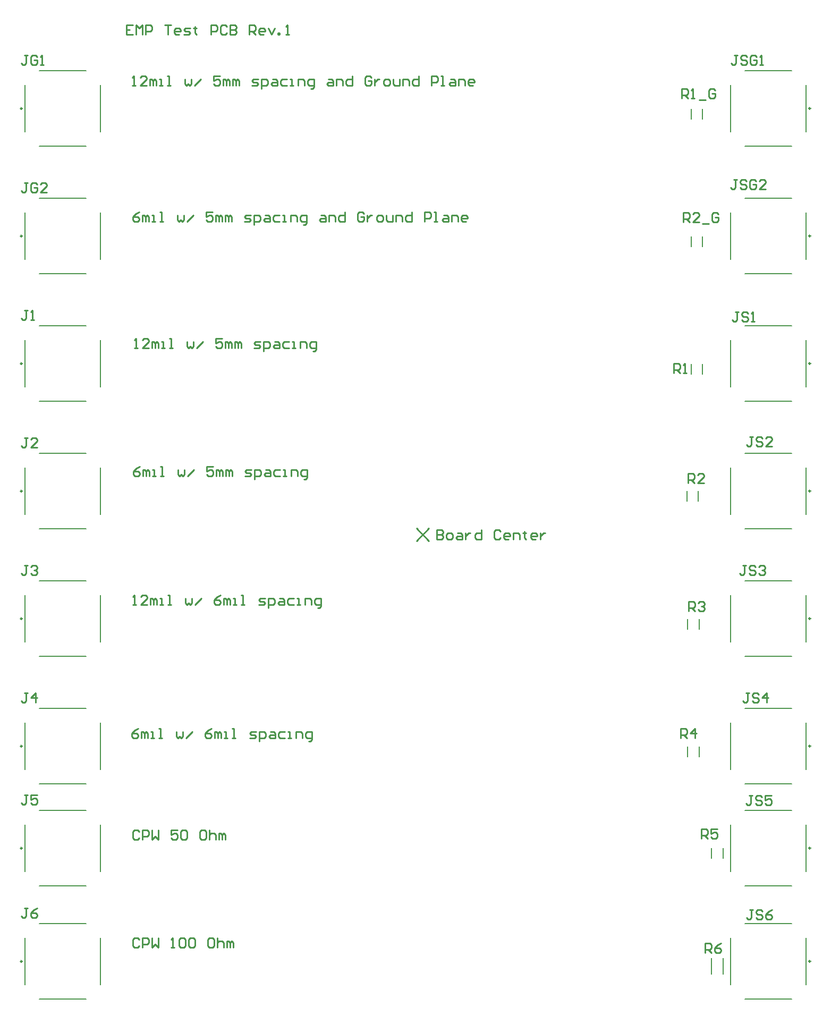
<source format=gbr>
%TF.GenerationSoftware,Altium Limited,Altium Designer,24.2.2 (26)*%
G04 Layer_Color=65535*
%FSLAX25Y25*%
%MOIN*%
%TF.SameCoordinates,61B93A5C-ACDD-4E93-83ED-5FE4BE46D4D4*%
%TF.FilePolarity,Positive*%
%TF.FileFunction,Legend,Top*%
%TF.Part,Single*%
G01*
G75*
%TA.AperFunction,NonConductor*%
%ADD20C,0.00984*%
%ADD21C,0.01000*%
%ADD22C,0.00787*%
D20*
X597576Y385500D02*
G03*
X597576Y385500I-492J0D01*
G01*
Y545500D02*
G03*
X597576Y545500I-492J0D01*
G01*
X103008D02*
G03*
X103008Y545500I-492J0D01*
G01*
X597576Y625500D02*
G03*
X597576Y625500I-492J0D01*
G01*
X103008D02*
G03*
X103008Y625500I-492J0D01*
G01*
X597576Y305500D02*
G03*
X597576Y305500I-492J0D01*
G01*
Y225500D02*
G03*
X597576Y225500I-492J0D01*
G01*
Y465500D02*
G03*
X597576Y465500I-492J0D01*
G01*
X103008Y305500D02*
G03*
X103008Y305500I-492J0D01*
G01*
X597576Y161500D02*
G03*
X597576Y161500I-492J0D01*
G01*
Y90500D02*
G03*
X597576Y90500I-492J0D01*
G01*
X103008Y385500D02*
G03*
X103008Y385500I-492J0D01*
G01*
Y465500D02*
G03*
X103008Y465500I-492J0D01*
G01*
Y161500D02*
G03*
X103008Y161500I-492J0D01*
G01*
Y225500D02*
G03*
X103008Y225500I-492J0D01*
G01*
Y90500D02*
G03*
X103008Y90500I-492J0D01*
G01*
D21*
X350394Y362205D02*
X358268Y354331D01*
X350394D02*
X358268Y362205D01*
X363205Y361329D02*
Y355331D01*
X366204D01*
X367203Y356330D01*
Y357330D01*
X366204Y358330D01*
X363205D01*
X366204D01*
X367203Y359329D01*
Y360329D01*
X366204Y361329D01*
X363205D01*
X370202Y355331D02*
X372202D01*
X373201Y356330D01*
Y358330D01*
X372202Y359329D01*
X370202D01*
X369203Y358330D01*
Y356330D01*
X370202Y355331D01*
X376201Y359329D02*
X378200D01*
X379200Y358330D01*
Y355331D01*
X376201D01*
X375201Y356330D01*
X376201Y357330D01*
X379200D01*
X381199Y359329D02*
Y355331D01*
Y357330D01*
X382199Y358330D01*
X383198Y359329D01*
X384198D01*
X391196Y361329D02*
Y355331D01*
X388197D01*
X387197Y356330D01*
Y358330D01*
X388197Y359329D01*
X391196D01*
X403192Y360329D02*
X402192Y361329D01*
X400193D01*
X399193Y360329D01*
Y356330D01*
X400193Y355331D01*
X402192D01*
X403192Y356330D01*
X408190Y355331D02*
X406191D01*
X405191Y356330D01*
Y358330D01*
X406191Y359329D01*
X408190D01*
X409190Y358330D01*
Y357330D01*
X405191D01*
X411189Y355331D02*
Y359329D01*
X414188D01*
X415188Y358330D01*
Y355331D01*
X418187Y360329D02*
Y359329D01*
X417187D01*
X419187D01*
X418187D01*
Y356330D01*
X419187Y355331D01*
X425185D02*
X423185D01*
X422186Y356330D01*
Y358330D01*
X423185Y359329D01*
X425185D01*
X426184Y358330D01*
Y357330D01*
X422186D01*
X428184Y359329D02*
Y355331D01*
Y357330D01*
X429183Y358330D01*
X430183Y359329D01*
X431183D01*
X172599Y677698D02*
X168600D01*
Y671700D01*
X172599D01*
X168600Y674699D02*
X170599D01*
X174598Y671700D02*
Y677698D01*
X176597Y675699D01*
X178597Y677698D01*
Y671700D01*
X180596D02*
Y677698D01*
X183595D01*
X184595Y676698D01*
Y674699D01*
X183595Y673699D01*
X180596D01*
X192592Y677698D02*
X196591D01*
X194592D01*
Y671700D01*
X201589D02*
X199590D01*
X198590Y672700D01*
Y674699D01*
X199590Y675699D01*
X201589D01*
X202589Y674699D01*
Y673699D01*
X198590D01*
X204588Y671700D02*
X207587D01*
X208587Y672700D01*
X207587Y673699D01*
X205588D01*
X204588Y674699D01*
X205588Y675699D01*
X208587D01*
X211586Y676698D02*
Y675699D01*
X210586D01*
X212586D01*
X211586D01*
Y672700D01*
X212586Y671700D01*
X221583D02*
Y677698D01*
X224582D01*
X225582Y676698D01*
Y674699D01*
X224582Y673699D01*
X221583D01*
X231580Y676698D02*
X230580Y677698D01*
X228581D01*
X227581Y676698D01*
Y672700D01*
X228581Y671700D01*
X230580D01*
X231580Y672700D01*
X233579Y677698D02*
Y671700D01*
X236578D01*
X237578Y672700D01*
Y673699D01*
X236578Y674699D01*
X233579D01*
X236578D01*
X237578Y675699D01*
Y676698D01*
X236578Y677698D01*
X233579D01*
X245575Y671700D02*
Y677698D01*
X248574D01*
X249574Y676698D01*
Y674699D01*
X248574Y673699D01*
X245575D01*
X247574D02*
X249574Y671700D01*
X254572D02*
X252573D01*
X251573Y672700D01*
Y674699D01*
X252573Y675699D01*
X254572D01*
X255572Y674699D01*
Y673699D01*
X251573D01*
X257571Y675699D02*
X259571Y671700D01*
X261570Y675699D01*
X263569Y671700D02*
Y672700D01*
X264569D01*
Y671700D01*
X263569D01*
X268568D02*
X270567D01*
X269567D01*
Y677698D01*
X268568Y676698D01*
X176399Y104298D02*
X175399Y105298D01*
X173400D01*
X172400Y104298D01*
Y100300D01*
X173400Y99300D01*
X175399D01*
X176399Y100300D01*
X178398Y99300D02*
Y105298D01*
X181397D01*
X182397Y104298D01*
Y102299D01*
X181397Y101299D01*
X178398D01*
X184396Y105298D02*
Y99300D01*
X186396Y101299D01*
X188395Y99300D01*
Y105298D01*
X196392Y99300D02*
X198392D01*
X197392D01*
Y105298D01*
X196392Y104298D01*
X201391D02*
X202390Y105298D01*
X204390D01*
X205389Y104298D01*
Y100300D01*
X204390Y99300D01*
X202390D01*
X201391Y100300D01*
Y104298D01*
X207389D02*
X208388Y105298D01*
X210388D01*
X211387Y104298D01*
Y100300D01*
X210388Y99300D01*
X208388D01*
X207389Y100300D01*
Y104298D01*
X222384Y105298D02*
X220385D01*
X219385Y104298D01*
Y100300D01*
X220385Y99300D01*
X222384D01*
X223383Y100300D01*
Y104298D01*
X222384Y105298D01*
X225383D02*
Y99300D01*
Y102299D01*
X226382Y103299D01*
X228382D01*
X229382Y102299D01*
Y99300D01*
X231381D02*
Y103299D01*
X232381D01*
X233380Y102299D01*
Y99300D01*
Y102299D01*
X234380Y103299D01*
X235380Y102299D01*
Y99300D01*
X176399Y171898D02*
X175399Y172898D01*
X173400D01*
X172400Y171898D01*
Y167900D01*
X173400Y166900D01*
X175399D01*
X176399Y167900D01*
X178398Y166900D02*
Y172898D01*
X181397D01*
X182397Y171898D01*
Y169899D01*
X181397Y168899D01*
X178398D01*
X184396Y172898D02*
Y166900D01*
X186396Y168899D01*
X188395Y166900D01*
Y172898D01*
X200391D02*
X196392D01*
Y169899D01*
X198392Y170899D01*
X199391D01*
X200391Y169899D01*
Y167900D01*
X199391Y166900D01*
X197392D01*
X196392Y167900D01*
X202390Y171898D02*
X203390Y172898D01*
X205389D01*
X206389Y171898D01*
Y167900D01*
X205389Y166900D01*
X203390D01*
X202390Y167900D01*
Y171898D01*
X217385Y172898D02*
X215386D01*
X214386Y171898D01*
Y167900D01*
X215386Y166900D01*
X217385D01*
X218385Y167900D01*
Y171898D01*
X217385Y172898D01*
X220385D02*
Y166900D01*
Y169899D01*
X221384Y170899D01*
X223383D01*
X224383Y169899D01*
Y166900D01*
X226382D02*
Y170899D01*
X227382D01*
X228382Y169899D01*
Y166900D01*
Y169899D01*
X229382Y170899D01*
X230381Y169899D01*
Y166900D01*
X175899Y236397D02*
X173899Y235398D01*
X171900Y233398D01*
Y231399D01*
X172900Y230399D01*
X174899D01*
X175899Y231399D01*
Y232399D01*
X174899Y233398D01*
X171900D01*
X177898Y230399D02*
Y234398D01*
X178898D01*
X179897Y233398D01*
Y230399D01*
Y233398D01*
X180897Y234398D01*
X181897Y233398D01*
Y230399D01*
X183896D02*
X185896D01*
X184896D01*
Y234398D01*
X183896D01*
X188894Y230399D02*
X190894D01*
X189894D01*
Y236397D01*
X188894D01*
X199891Y234398D02*
Y231399D01*
X200891Y230399D01*
X201890Y231399D01*
X202890Y230399D01*
X203890Y231399D01*
Y234398D01*
X205889Y230399D02*
X209888Y234398D01*
X221884Y236397D02*
X219884Y235398D01*
X217885Y233398D01*
Y231399D01*
X218885Y230399D01*
X220884D01*
X221884Y231399D01*
Y232399D01*
X220884Y233398D01*
X217885D01*
X223883Y230399D02*
Y234398D01*
X224883D01*
X225883Y233398D01*
Y230399D01*
Y233398D01*
X226882Y234398D01*
X227882Y233398D01*
Y230399D01*
X229881D02*
X231881D01*
X230881D01*
Y234398D01*
X229881D01*
X234880Y230399D02*
X236879D01*
X235879D01*
Y236397D01*
X234880D01*
X245876Y230399D02*
X248875D01*
X249875Y231399D01*
X248875Y232399D01*
X246876D01*
X245876Y233398D01*
X246876Y234398D01*
X249875D01*
X251874Y228400D02*
Y234398D01*
X254873D01*
X255873Y233398D01*
Y231399D01*
X254873Y230399D01*
X251874D01*
X258872Y234398D02*
X260871D01*
X261871Y233398D01*
Y230399D01*
X258872D01*
X257872Y231399D01*
X258872Y232399D01*
X261871D01*
X267869Y234398D02*
X264870D01*
X263870Y233398D01*
Y231399D01*
X264870Y230399D01*
X267869D01*
X269868D02*
X271868D01*
X270868D01*
Y234398D01*
X269868D01*
X274867Y230399D02*
Y234398D01*
X277866D01*
X278865Y233398D01*
Y230399D01*
X282864Y228400D02*
X283864D01*
X284863Y229400D01*
Y234398D01*
X281864D01*
X280865Y233398D01*
Y231399D01*
X281864Y230399D01*
X284863D01*
X172600Y314299D02*
X174599D01*
X173600D01*
Y320297D01*
X172600Y319298D01*
X181597Y314299D02*
X177598D01*
X181597Y318298D01*
Y319298D01*
X180597Y320297D01*
X178598D01*
X177598Y319298D01*
X183596Y314299D02*
Y318298D01*
X184596D01*
X185596Y317298D01*
Y314299D01*
Y317298D01*
X186595Y318298D01*
X187595Y317298D01*
Y314299D01*
X189594D02*
X191594D01*
X190594D01*
Y318298D01*
X189594D01*
X194593Y314299D02*
X196592D01*
X195593D01*
Y320297D01*
X194593D01*
X205589Y318298D02*
Y315299D01*
X206589Y314299D01*
X207589Y315299D01*
X208588Y314299D01*
X209588Y315299D01*
Y318298D01*
X211587Y314299D02*
X215586Y318298D01*
X227582Y320297D02*
X225583Y319298D01*
X223584Y317298D01*
Y315299D01*
X224583Y314299D01*
X226583D01*
X227582Y315299D01*
Y316299D01*
X226583Y317298D01*
X223584D01*
X229582Y314299D02*
Y318298D01*
X230581D01*
X231581Y317298D01*
Y314299D01*
Y317298D01*
X232581Y318298D01*
X233580Y317298D01*
Y314299D01*
X235580D02*
X237579D01*
X236579D01*
Y318298D01*
X235580D01*
X240578Y314299D02*
X242577D01*
X241578D01*
Y320297D01*
X240578D01*
X251574Y314299D02*
X254573D01*
X255573Y315299D01*
X254573Y316299D01*
X252574D01*
X251574Y317298D01*
X252574Y318298D01*
X255573D01*
X257573Y312300D02*
Y318298D01*
X260572D01*
X261571Y317298D01*
Y315299D01*
X260572Y314299D01*
X257573D01*
X264570Y318298D02*
X266570D01*
X267569Y317298D01*
Y314299D01*
X264570D01*
X263571Y315299D01*
X264570Y316299D01*
X267569D01*
X273567Y318298D02*
X270568D01*
X269569Y317298D01*
Y315299D01*
X270568Y314299D01*
X273567D01*
X275567D02*
X277566D01*
X276566D01*
Y318298D01*
X275567D01*
X280565Y314299D02*
Y318298D01*
X283564D01*
X284564Y317298D01*
Y314299D01*
X288562Y312300D02*
X289562D01*
X290562Y313300D01*
Y318298D01*
X287563D01*
X286563Y317298D01*
Y315299D01*
X287563Y314299D01*
X290562D01*
X176799Y400997D02*
X174799Y399998D01*
X172800Y397998D01*
Y395999D01*
X173800Y394999D01*
X175799D01*
X176799Y395999D01*
Y396999D01*
X175799Y397998D01*
X172800D01*
X178798Y394999D02*
Y398998D01*
X179798D01*
X180797Y397998D01*
Y394999D01*
Y397998D01*
X181797Y398998D01*
X182797Y397998D01*
Y394999D01*
X184796D02*
X186795D01*
X185796D01*
Y398998D01*
X184796D01*
X189795Y394999D02*
X191794D01*
X190794D01*
Y400997D01*
X189795D01*
X200791Y398998D02*
Y395999D01*
X201791Y394999D01*
X202790Y395999D01*
X203790Y394999D01*
X204790Y395999D01*
Y398998D01*
X206789Y394999D02*
X210788Y398998D01*
X222784Y400997D02*
X218785D01*
Y397998D01*
X220784Y398998D01*
X221784D01*
X222784Y397998D01*
Y395999D01*
X221784Y394999D01*
X219785D01*
X218785Y395999D01*
X224783Y394999D02*
Y398998D01*
X225783D01*
X226782Y397998D01*
Y394999D01*
Y397998D01*
X227782Y398998D01*
X228782Y397998D01*
Y394999D01*
X230781D02*
Y398998D01*
X231781D01*
X232781Y397998D01*
Y394999D01*
Y397998D01*
X233780Y398998D01*
X234780Y397998D01*
Y394999D01*
X242777D02*
X245776D01*
X246776Y395999D01*
X245776Y396999D01*
X243777D01*
X242777Y397998D01*
X243777Y398998D01*
X246776D01*
X248775Y393000D02*
Y398998D01*
X251774D01*
X252774Y397998D01*
Y395999D01*
X251774Y394999D01*
X248775D01*
X255773Y398998D02*
X257772D01*
X258772Y397998D01*
Y394999D01*
X255773D01*
X254773Y395999D01*
X255773Y396999D01*
X258772D01*
X264770Y398998D02*
X261771D01*
X260771Y397998D01*
Y395999D01*
X261771Y394999D01*
X264770D01*
X266770D02*
X268769D01*
X267769D01*
Y398998D01*
X266770D01*
X271768Y394999D02*
Y398998D01*
X274767D01*
X275767Y397998D01*
Y394999D01*
X279765Y393000D02*
X280765D01*
X281765Y394000D01*
Y398998D01*
X278766D01*
X277766Y397998D01*
Y395999D01*
X278766Y394999D01*
X281765D01*
X173500Y475199D02*
X175499D01*
X174500D01*
Y481197D01*
X173500Y480198D01*
X182497Y475199D02*
X178498D01*
X182497Y479198D01*
Y480198D01*
X181497Y481197D01*
X179498D01*
X178498Y480198D01*
X184496Y475199D02*
Y479198D01*
X185496D01*
X186496Y478198D01*
Y475199D01*
Y478198D01*
X187496Y479198D01*
X188495Y478198D01*
Y475199D01*
X190495D02*
X192494D01*
X191494D01*
Y479198D01*
X190495D01*
X195493Y475199D02*
X197492D01*
X196493D01*
Y481197D01*
X195493D01*
X206489Y479198D02*
Y476199D01*
X207489Y475199D01*
X208489Y476199D01*
X209488Y475199D01*
X210488Y476199D01*
Y479198D01*
X212487Y475199D02*
X216486Y479198D01*
X228482Y481197D02*
X224483D01*
Y478198D01*
X226483Y479198D01*
X227483D01*
X228482Y478198D01*
Y476199D01*
X227483Y475199D01*
X225483D01*
X224483Y476199D01*
X230482Y475199D02*
Y479198D01*
X231481D01*
X232481Y478198D01*
Y475199D01*
Y478198D01*
X233481Y479198D01*
X234480Y478198D01*
Y475199D01*
X236480D02*
Y479198D01*
X237479D01*
X238479Y478198D01*
Y475199D01*
Y478198D01*
X239479Y479198D01*
X240478Y478198D01*
Y475199D01*
X248476D02*
X251475D01*
X252474Y476199D01*
X251475Y477199D01*
X249475D01*
X248476Y478198D01*
X249475Y479198D01*
X252474D01*
X254474Y473200D02*
Y479198D01*
X257473D01*
X258472Y478198D01*
Y476199D01*
X257473Y475199D01*
X254474D01*
X261472Y479198D02*
X263471D01*
X264471Y478198D01*
Y475199D01*
X261472D01*
X260472Y476199D01*
X261472Y477199D01*
X264471D01*
X270469Y479198D02*
X267470D01*
X266470Y478198D01*
Y476199D01*
X267470Y475199D01*
X270469D01*
X272468D02*
X274467D01*
X273468D01*
Y479198D01*
X272468D01*
X277466Y475199D02*
Y479198D01*
X280465D01*
X281465Y478198D01*
Y475199D01*
X285464Y473200D02*
X286463D01*
X287463Y474200D01*
Y479198D01*
X284464D01*
X283464Y478198D01*
Y476199D01*
X284464Y475199D01*
X287463D01*
X176399Y560497D02*
X174399Y559498D01*
X172400Y557498D01*
Y555499D01*
X173400Y554499D01*
X175399D01*
X176399Y555499D01*
Y556499D01*
X175399Y557498D01*
X172400D01*
X178398Y554499D02*
Y558498D01*
X179398D01*
X180397Y557498D01*
Y554499D01*
Y557498D01*
X181397Y558498D01*
X182397Y557498D01*
Y554499D01*
X184396D02*
X186396D01*
X185396D01*
Y558498D01*
X184396D01*
X189394Y554499D02*
X191394D01*
X190394D01*
Y560497D01*
X189394D01*
X200391Y558498D02*
Y555499D01*
X201391Y554499D01*
X202390Y555499D01*
X203390Y554499D01*
X204390Y555499D01*
Y558498D01*
X206389Y554499D02*
X210388Y558498D01*
X222384Y560497D02*
X218385D01*
Y557498D01*
X220385Y558498D01*
X221384D01*
X222384Y557498D01*
Y555499D01*
X221384Y554499D01*
X219385D01*
X218385Y555499D01*
X224383Y554499D02*
Y558498D01*
X225383D01*
X226382Y557498D01*
Y554499D01*
Y557498D01*
X227382Y558498D01*
X228382Y557498D01*
Y554499D01*
X230381D02*
Y558498D01*
X231381D01*
X232381Y557498D01*
Y554499D01*
Y557498D01*
X233380Y558498D01*
X234380Y557498D01*
Y554499D01*
X242377D02*
X245376D01*
X246376Y555499D01*
X245376Y556499D01*
X243377D01*
X242377Y557498D01*
X243377Y558498D01*
X246376D01*
X248375Y552500D02*
Y558498D01*
X251374D01*
X252374Y557498D01*
Y555499D01*
X251374Y554499D01*
X248375D01*
X255373Y558498D02*
X257372D01*
X258372Y557498D01*
Y554499D01*
X255373D01*
X254374Y555499D01*
X255373Y556499D01*
X258372D01*
X264370Y558498D02*
X261371D01*
X260371Y557498D01*
Y555499D01*
X261371Y554499D01*
X264370D01*
X266370D02*
X268369D01*
X267369D01*
Y558498D01*
X266370D01*
X271368Y554499D02*
Y558498D01*
X274367D01*
X275367Y557498D01*
Y554499D01*
X279365Y552500D02*
X280365D01*
X281365Y553500D01*
Y558498D01*
X278366D01*
X277366Y557498D01*
Y555499D01*
X278366Y554499D01*
X281365D01*
X290362Y558498D02*
X292361D01*
X293361Y557498D01*
Y554499D01*
X290362D01*
X289362Y555499D01*
X290362Y556499D01*
X293361D01*
X295360Y554499D02*
Y558498D01*
X298359D01*
X299359Y557498D01*
Y554499D01*
X305357Y560497D02*
Y554499D01*
X302358D01*
X301358Y555499D01*
Y557498D01*
X302358Y558498D01*
X305357D01*
X317353Y559498D02*
X316353Y560497D01*
X314354D01*
X313354Y559498D01*
Y555499D01*
X314354Y554499D01*
X316353D01*
X317353Y555499D01*
Y557498D01*
X315354D01*
X319353Y558498D02*
Y554499D01*
Y556499D01*
X320352Y557498D01*
X321352Y558498D01*
X322352D01*
X326350Y554499D02*
X328349D01*
X329349Y555499D01*
Y557498D01*
X328349Y558498D01*
X326350D01*
X325350Y557498D01*
Y555499D01*
X326350Y554499D01*
X331349Y558498D02*
Y555499D01*
X332348Y554499D01*
X335347D01*
Y558498D01*
X337347Y554499D02*
Y558498D01*
X340346D01*
X341345Y557498D01*
Y554499D01*
X347343Y560497D02*
Y554499D01*
X344344D01*
X343345Y555499D01*
Y557498D01*
X344344Y558498D01*
X347343D01*
X355341Y554499D02*
Y560497D01*
X358340D01*
X359339Y559498D01*
Y557498D01*
X358340Y556499D01*
X355341D01*
X361339Y554499D02*
X363338D01*
X362339D01*
Y560497D01*
X361339D01*
X367337Y558498D02*
X369336D01*
X370336Y557498D01*
Y554499D01*
X367337D01*
X366337Y555499D01*
X367337Y556499D01*
X370336D01*
X372335Y554499D02*
Y558498D01*
X375334D01*
X376334Y557498D01*
Y554499D01*
X381332D02*
X379333D01*
X378333Y555499D01*
Y557498D01*
X379333Y558498D01*
X381332D01*
X382332Y557498D01*
Y556499D01*
X378333D01*
X172000Y639999D02*
X173999D01*
X173000D01*
Y645997D01*
X172000Y644998D01*
X180997Y639999D02*
X176998D01*
X180997Y643998D01*
Y644998D01*
X179997Y645997D01*
X177998D01*
X176998Y644998D01*
X182996Y639999D02*
Y643998D01*
X183996D01*
X184996Y642998D01*
Y639999D01*
Y642998D01*
X185995Y643998D01*
X186995Y642998D01*
Y639999D01*
X188995D02*
X190994D01*
X189994D01*
Y643998D01*
X188995D01*
X193993Y639999D02*
X195992D01*
X194993D01*
Y645997D01*
X193993D01*
X204989Y643998D02*
Y640999D01*
X205989Y639999D01*
X206989Y640999D01*
X207988Y639999D01*
X208988Y640999D01*
Y643998D01*
X210987Y639999D02*
X214986Y643998D01*
X226982Y645997D02*
X222984D01*
Y642998D01*
X224983Y643998D01*
X225982D01*
X226982Y642998D01*
Y640999D01*
X225982Y639999D01*
X223983D01*
X222984Y640999D01*
X228982Y639999D02*
Y643998D01*
X229981D01*
X230981Y642998D01*
Y639999D01*
Y642998D01*
X231981Y643998D01*
X232980Y642998D01*
Y639999D01*
X234980D02*
Y643998D01*
X235979D01*
X236979Y642998D01*
Y639999D01*
Y642998D01*
X237979Y643998D01*
X238978Y642998D01*
Y639999D01*
X246976D02*
X249975D01*
X250974Y640999D01*
X249975Y641999D01*
X247975D01*
X246976Y642998D01*
X247975Y643998D01*
X250974D01*
X252974Y638000D02*
Y643998D01*
X255973D01*
X256973Y642998D01*
Y640999D01*
X255973Y639999D01*
X252974D01*
X259971Y643998D02*
X261971D01*
X262971Y642998D01*
Y639999D01*
X259971D01*
X258972Y640999D01*
X259971Y641999D01*
X262971D01*
X268969Y643998D02*
X265970D01*
X264970Y642998D01*
Y640999D01*
X265970Y639999D01*
X268969D01*
X270968D02*
X272967D01*
X271968D01*
Y643998D01*
X270968D01*
X275966Y639999D02*
Y643998D01*
X278965D01*
X279965Y642998D01*
Y639999D01*
X283964Y638000D02*
X284963D01*
X285963Y639000D01*
Y643998D01*
X282964D01*
X281964Y642998D01*
Y640999D01*
X282964Y639999D01*
X285963D01*
X294960Y643998D02*
X296960D01*
X297959Y642998D01*
Y639999D01*
X294960D01*
X293960Y640999D01*
X294960Y641999D01*
X297959D01*
X299959Y639999D02*
Y643998D01*
X302958D01*
X303957Y642998D01*
Y639999D01*
X309955Y645997D02*
Y639999D01*
X306956D01*
X305957Y640999D01*
Y642998D01*
X306956Y643998D01*
X309955D01*
X321952Y644998D02*
X320952Y645997D01*
X318952D01*
X317953Y644998D01*
Y640999D01*
X318952Y639999D01*
X320952D01*
X321952Y640999D01*
Y642998D01*
X319952D01*
X323951Y643998D02*
Y639999D01*
Y641999D01*
X324951Y642998D01*
X325950Y643998D01*
X326950D01*
X330949Y639999D02*
X332948D01*
X333948Y640999D01*
Y642998D01*
X332948Y643998D01*
X330949D01*
X329949Y642998D01*
Y640999D01*
X330949Y639999D01*
X335947Y643998D02*
Y640999D01*
X336947Y639999D01*
X339946D01*
Y643998D01*
X341945Y639999D02*
Y643998D01*
X344944D01*
X345944Y642998D01*
Y639999D01*
X351942Y645997D02*
Y639999D01*
X348943D01*
X347943Y640999D01*
Y642998D01*
X348943Y643998D01*
X351942D01*
X359939Y639999D02*
Y645997D01*
X362938D01*
X363938Y644998D01*
Y642998D01*
X362938Y641999D01*
X359939D01*
X365937Y639999D02*
X367937D01*
X366937D01*
Y645997D01*
X365937D01*
X371935Y643998D02*
X373935D01*
X374934Y642998D01*
Y639999D01*
X371935D01*
X370936Y640999D01*
X371935Y641999D01*
X374934D01*
X376934Y639999D02*
Y643998D01*
X379933D01*
X380932Y642998D01*
Y639999D01*
X385931D02*
X383931D01*
X382932Y640999D01*
Y642998D01*
X383931Y643998D01*
X385931D01*
X386930Y642998D01*
Y641999D01*
X382932D01*
X517804Y554101D02*
Y560099D01*
X520803D01*
X521802Y559099D01*
Y557100D01*
X520803Y556100D01*
X517804D01*
X519803D02*
X521802Y554101D01*
X527800D02*
X523802D01*
X527800Y558100D01*
Y559099D01*
X526801Y560099D01*
X524801D01*
X523802Y559099D01*
X529800Y553101D02*
X533798D01*
X539796Y559099D02*
X538797Y560099D01*
X536797D01*
X535798Y559099D01*
Y555100D01*
X536797Y554101D01*
X538797D01*
X539796Y555100D01*
Y557100D01*
X537797D01*
X516903Y631801D02*
Y637799D01*
X519902D01*
X520902Y636799D01*
Y634800D01*
X519902Y633800D01*
X516903D01*
X518903D02*
X520902Y631801D01*
X522901D02*
X524901D01*
X523901D01*
Y637799D01*
X522901Y636799D01*
X527900Y630801D02*
X531898D01*
X537897Y636799D02*
X536897Y637799D01*
X534898D01*
X533898Y636799D01*
Y632800D01*
X534898Y631801D01*
X536897D01*
X537897Y632800D01*
Y634800D01*
X535897D01*
X551602Y580699D02*
X549603D01*
X550603D01*
Y575701D01*
X549603Y574701D01*
X548603D01*
X547604Y575701D01*
X557600Y579699D02*
X556601Y580699D01*
X554601D01*
X553602Y579699D01*
Y578700D01*
X554601Y577700D01*
X556601D01*
X557600Y576700D01*
Y575701D01*
X556601Y574701D01*
X554601D01*
X553602Y575701D01*
X563598Y579699D02*
X562599Y580699D01*
X560599D01*
X559600Y579699D01*
Y575701D01*
X560599Y574701D01*
X562599D01*
X563598Y575701D01*
Y577700D01*
X561599D01*
X569596Y574701D02*
X565598D01*
X569596Y578700D01*
Y579699D01*
X568597Y580699D01*
X566597D01*
X565598Y579699D01*
X551699Y658898D02*
X549699D01*
X550699D01*
Y653900D01*
X549699Y652900D01*
X548700D01*
X547700Y653900D01*
X557697Y657898D02*
X556697Y658898D01*
X554698D01*
X553698Y657898D01*
Y656899D01*
X554698Y655899D01*
X556697D01*
X557697Y654899D01*
Y653900D01*
X556697Y652900D01*
X554698D01*
X553698Y653900D01*
X563695Y657898D02*
X562695Y658898D01*
X560696D01*
X559696Y657898D01*
Y653900D01*
X560696Y652900D01*
X562695D01*
X563695Y653900D01*
Y655899D01*
X561695D01*
X565694Y652900D02*
X567694D01*
X566694D01*
Y658898D01*
X565694Y657898D01*
X106499Y578898D02*
X104499D01*
X105499D01*
Y573900D01*
X104499Y572900D01*
X103500D01*
X102500Y573900D01*
X112497Y577898D02*
X111497Y578898D01*
X109498D01*
X108498Y577898D01*
Y573900D01*
X109498Y572900D01*
X111497D01*
X112497Y573900D01*
Y575899D01*
X110497D01*
X118495Y572900D02*
X114496D01*
X118495Y576899D01*
Y577898D01*
X117495Y578898D01*
X115496D01*
X114496Y577898D01*
X106499Y658898D02*
X104499D01*
X105499D01*
Y653900D01*
X104499Y652900D01*
X103500D01*
X102500Y653900D01*
X112497Y657898D02*
X111497Y658898D01*
X109498D01*
X108498Y657898D01*
Y653900D01*
X109498Y652900D01*
X111497D01*
X112497Y653900D01*
Y655899D01*
X110497D01*
X114496Y652900D02*
X116496D01*
X115496D01*
Y658898D01*
X114496Y657898D01*
X561601Y122999D02*
X559602D01*
X560602D01*
Y118001D01*
X559602Y117001D01*
X558602D01*
X557603Y118001D01*
X567599Y121999D02*
X566600Y122999D01*
X564600D01*
X563601Y121999D01*
Y121000D01*
X564600Y120000D01*
X566600D01*
X567599Y119000D01*
Y118001D01*
X566600Y117001D01*
X564600D01*
X563601Y118001D01*
X573597Y122999D02*
X571598Y121999D01*
X569599Y120000D01*
Y118001D01*
X570598Y117001D01*
X572598D01*
X573597Y118001D01*
Y119000D01*
X572598Y120000D01*
X569599D01*
X516102Y230501D02*
Y236499D01*
X519101D01*
X520100Y235499D01*
Y233500D01*
X519101Y232500D01*
X516102D01*
X518101D02*
X520100Y230501D01*
X525099D02*
Y236499D01*
X522100Y233500D01*
X526098D01*
X521200Y310200D02*
Y316198D01*
X524199D01*
X525199Y315198D01*
Y313199D01*
X524199Y312199D01*
X521200D01*
X523199D02*
X525199Y310200D01*
X527198Y315198D02*
X528198Y316198D01*
X530197D01*
X531197Y315198D01*
Y314199D01*
X530197Y313199D01*
X529197D01*
X530197D01*
X531197Y312199D01*
Y311200D01*
X530197Y310200D01*
X528198D01*
X527198Y311200D01*
X520800Y390500D02*
Y396498D01*
X523799D01*
X524799Y395498D01*
Y393499D01*
X523799Y392499D01*
X520800D01*
X522799D02*
X524799Y390500D01*
X530797D02*
X526798D01*
X530797Y394499D01*
Y395498D01*
X529797Y396498D01*
X527798D01*
X526798Y395498D01*
X531602Y96001D02*
Y101999D01*
X534601D01*
X535600Y100999D01*
Y99000D01*
X534601Y98000D01*
X531602D01*
X533601D02*
X535600Y96001D01*
X541598Y101999D02*
X539599Y100999D01*
X537600Y99000D01*
Y97001D01*
X538599Y96001D01*
X540599D01*
X541598Y97001D01*
Y98000D01*
X540599Y99000D01*
X537600D01*
X529102Y167501D02*
Y173499D01*
X532101D01*
X533100Y172499D01*
Y170500D01*
X532101Y169500D01*
X529102D01*
X531101D02*
X533100Y167501D01*
X539098Y173499D02*
X535100D01*
Y170500D01*
X537099Y171500D01*
X538099D01*
X539098Y170500D01*
Y168501D01*
X538099Y167501D01*
X536099D01*
X535100Y168501D01*
X511801Y459601D02*
Y465599D01*
X514800D01*
X515800Y464599D01*
Y462600D01*
X514800Y461600D01*
X511801D01*
X513801D02*
X515800Y459601D01*
X517799D02*
X519799D01*
X518799D01*
Y465599D01*
X517799Y464599D01*
X559101Y258999D02*
X557102D01*
X558102D01*
Y254001D01*
X557102Y253001D01*
X556102D01*
X555103Y254001D01*
X565099Y257999D02*
X564100Y258999D01*
X562100D01*
X561101Y257999D01*
Y257000D01*
X562100Y256000D01*
X564100D01*
X565099Y255000D01*
Y254001D01*
X564100Y253001D01*
X562100D01*
X561101Y254001D01*
X570098Y253001D02*
Y258999D01*
X567099Y256000D01*
X571097D01*
X557101Y338999D02*
X555102D01*
X556102D01*
Y334001D01*
X555102Y333001D01*
X554102D01*
X553103Y334001D01*
X563099Y337999D02*
X562100Y338999D01*
X560100D01*
X559101Y337999D01*
Y337000D01*
X560100Y336000D01*
X562100D01*
X563099Y335000D01*
Y334001D01*
X562100Y333001D01*
X560100D01*
X559101Y334001D01*
X565099Y337999D02*
X566098Y338999D01*
X568098D01*
X569097Y337999D01*
Y337000D01*
X568098Y336000D01*
X567098D01*
X568098D01*
X569097Y335000D01*
Y334001D01*
X568098Y333001D01*
X566098D01*
X565099Y334001D01*
X561601Y419499D02*
X559602D01*
X560602D01*
Y414501D01*
X559602Y413501D01*
X558602D01*
X557603Y414501D01*
X567599Y418499D02*
X566600Y419499D01*
X564600D01*
X563601Y418499D01*
Y417500D01*
X564600Y416500D01*
X566600D01*
X567599Y415500D01*
Y414501D01*
X566600Y413501D01*
X564600D01*
X563601Y414501D01*
X573597Y413501D02*
X569599D01*
X573597Y417500D01*
Y418499D01*
X572598Y419499D01*
X570598D01*
X569599Y418499D01*
X561101Y194499D02*
X559102D01*
X560102D01*
Y189501D01*
X559102Y188501D01*
X558102D01*
X557103Y189501D01*
X567099Y193499D02*
X566100Y194499D01*
X564100D01*
X563101Y193499D01*
Y192500D01*
X564100Y191500D01*
X566100D01*
X567099Y190500D01*
Y189501D01*
X566100Y188501D01*
X564100D01*
X563101Y189501D01*
X573097Y194499D02*
X569099D01*
Y191500D01*
X571098Y192500D01*
X572098D01*
X573097Y191500D01*
Y189501D01*
X572098Y188501D01*
X570098D01*
X569099Y189501D01*
X552301Y497999D02*
X550302D01*
X551301D01*
Y493001D01*
X550302Y492001D01*
X549302D01*
X548302Y493001D01*
X558299Y496999D02*
X557299Y497999D01*
X555300D01*
X554300Y496999D01*
Y496000D01*
X555300Y495000D01*
X557299D01*
X558299Y494000D01*
Y493001D01*
X557299Y492001D01*
X555300D01*
X554300Y493001D01*
X560298Y492001D02*
X562298D01*
X561298D01*
Y497999D01*
X560298Y496999D01*
X106499Y258898D02*
X104499D01*
X105499D01*
Y253900D01*
X104499Y252900D01*
X103500D01*
X102500Y253900D01*
X111497Y252900D02*
Y258898D01*
X108498Y255899D01*
X112497D01*
X106499Y338898D02*
X104499D01*
X105499D01*
Y333900D01*
X104499Y332900D01*
X103500D01*
X102500Y333900D01*
X108498Y337898D02*
X109498Y338898D01*
X111497D01*
X112497Y337898D01*
Y336899D01*
X111497Y335899D01*
X110497D01*
X111497D01*
X112497Y334899D01*
Y333900D01*
X111497Y332900D01*
X109498D01*
X108498Y333900D01*
X106499Y418898D02*
X104499D01*
X105499D01*
Y413900D01*
X104499Y412900D01*
X103500D01*
X102500Y413900D01*
X112497Y412900D02*
X108498D01*
X112497Y416899D01*
Y417898D01*
X111497Y418898D01*
X109498D01*
X108498Y417898D01*
X106499Y123898D02*
X104499D01*
X105499D01*
Y118900D01*
X104499Y117900D01*
X103500D01*
X102500Y118900D01*
X112497Y123898D02*
X110497Y122898D01*
X108498Y120899D01*
Y118900D01*
X109498Y117900D01*
X111497D01*
X112497Y118900D01*
Y119899D01*
X111497Y120899D01*
X108498D01*
X106499Y194898D02*
X104499D01*
X105499D01*
Y189900D01*
X104499Y188900D01*
X103500D01*
X102500Y189900D01*
X112497Y194898D02*
X108498D01*
Y191899D01*
X110497Y192899D01*
X111497D01*
X112497Y191899D01*
Y189900D01*
X111497Y188900D01*
X109498D01*
X108498Y189900D01*
X106499Y498898D02*
X104499D01*
X105499D01*
Y493900D01*
X104499Y492900D01*
X103500D01*
X102500Y493900D01*
X108498Y492900D02*
X110497D01*
X109498D01*
Y498898D01*
X108498Y497898D01*
D22*
X556336Y361878D02*
X585864D01*
X547478Y370736D02*
Y400264D01*
X556336Y409122D02*
X585864D01*
X594722Y370736D02*
Y400264D01*
X556336Y521878D02*
X585864D01*
X547478Y530736D02*
Y560264D01*
X556336Y569122D02*
X585864D01*
X594722Y530736D02*
Y560264D01*
X522657Y538750D02*
Y545050D01*
X529743Y538750D02*
Y545050D01*
X522657Y618750D02*
Y625050D01*
X529743Y618750D02*
Y625050D01*
X104878Y530736D02*
Y560264D01*
X113736Y521878D02*
X143264D01*
X152122Y530736D02*
Y560264D01*
X113736Y569122D02*
X143264D01*
X594722Y610736D02*
Y640264D01*
X556336Y649122D02*
X585864D01*
X547478Y610736D02*
Y640264D01*
X556336Y601878D02*
X585864D01*
X104878Y610736D02*
Y640264D01*
X113736Y601878D02*
X143264D01*
X152122Y610736D02*
Y640264D01*
X113736Y649122D02*
X143264D01*
X594722Y290736D02*
Y320264D01*
X556336Y329122D02*
X585864D01*
X547478Y290736D02*
Y320264D01*
X556336Y281878D02*
X585864D01*
X594722Y210736D02*
Y240264D01*
X556336Y249122D02*
X585864D01*
X547478Y210736D02*
Y240264D01*
X556336Y201878D02*
X585864D01*
X520557Y298850D02*
Y305150D01*
X527643Y298850D02*
Y305150D01*
X520157Y379103D02*
Y385402D01*
X527243Y379103D02*
Y385402D01*
X527643Y218850D02*
Y225150D01*
X520557Y218850D02*
Y225150D01*
X594722Y450736D02*
Y480264D01*
X556336Y489122D02*
X585864D01*
X547478Y450736D02*
Y480264D01*
X556336Y441878D02*
X585864D01*
X529743Y458750D02*
Y465050D01*
X522657Y458750D02*
Y465050D01*
X113736Y329122D02*
X143264D01*
X152122Y290736D02*
Y320264D01*
X113736Y281878D02*
X143264D01*
X104878Y290736D02*
Y320264D01*
X535557Y155350D02*
Y161650D01*
X542643Y155350D02*
Y161650D01*
X556336Y137878D02*
X585864D01*
X547478Y146736D02*
Y176264D01*
X556336Y185122D02*
X585864D01*
X594722Y146736D02*
Y176264D01*
X556336Y66878D02*
X585864D01*
X547478Y75736D02*
Y105264D01*
X556336Y114122D02*
X585864D01*
X594722Y75736D02*
Y105264D01*
X542656Y82567D02*
Y92433D01*
X535544Y82567D02*
Y92433D01*
X104878Y370736D02*
Y400264D01*
X113736Y361878D02*
X143264D01*
X152122Y370736D02*
Y400264D01*
X113736Y409122D02*
X143264D01*
X104878Y450736D02*
Y480264D01*
X113736Y441878D02*
X143264D01*
X152122Y450736D02*
Y480264D01*
X113736Y489122D02*
X143264D01*
X104878Y146736D02*
Y176264D01*
X113736Y137878D02*
X143264D01*
X152122Y146736D02*
Y176264D01*
X113736Y185122D02*
X143264D01*
X104878Y210736D02*
Y240264D01*
X113736Y201878D02*
X143264D01*
X152122Y210736D02*
Y240264D01*
X113736Y249122D02*
X143264D01*
X104878Y75736D02*
Y105264D01*
X113736Y66878D02*
X143264D01*
X152122Y75736D02*
Y105264D01*
X113736Y114122D02*
X143264D01*
%TF.MD5,0188e07ae7708f6578b5a6e9e72aa35f*%
M02*

</source>
